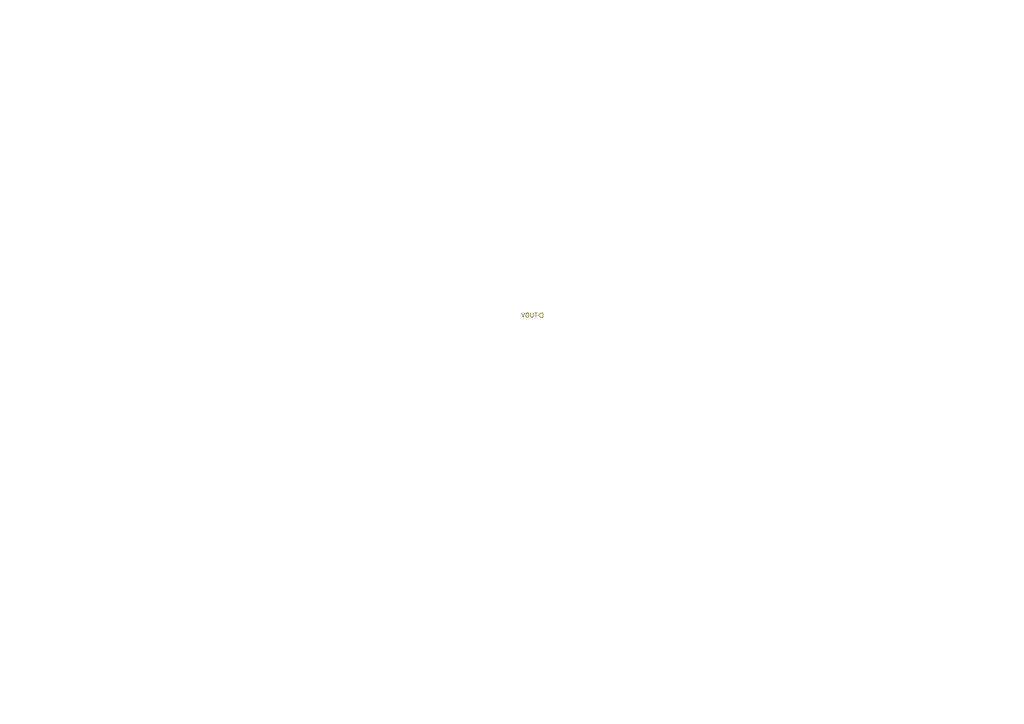
<source format=kicad_sch>
(kicad_sch
	(version 20231120)
	(generator "eeschema")
	(generator_version "8.0")
	(uuid "98eabab1-6be7-481e-872b-ffcca07c672e")
	(paper "A4")
	(lib_symbols)
	(hierarchical_label "VOUT"
		(shape output)
		(at 157.48 91.44 180)
		(effects
			(font
				(size 1.27 1.27)
			)
			(justify right)
		)
		(uuid "7b504fd9-ded4-481c-8888-63e3ca2385eb")
	)
)

</source>
